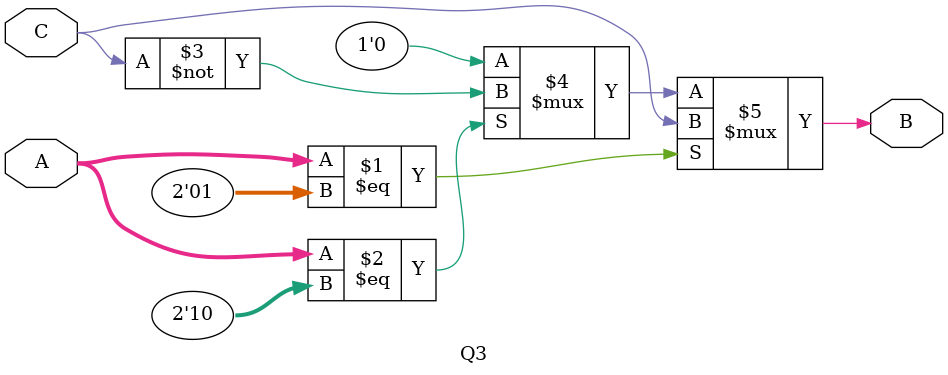
<source format=v>
module Q3(input[1:0] A,input C, output B );

assign B = (A == 2'b01) ? C :(A == 2'b10) ? ~C : 1'b0;

endmodule
</source>
